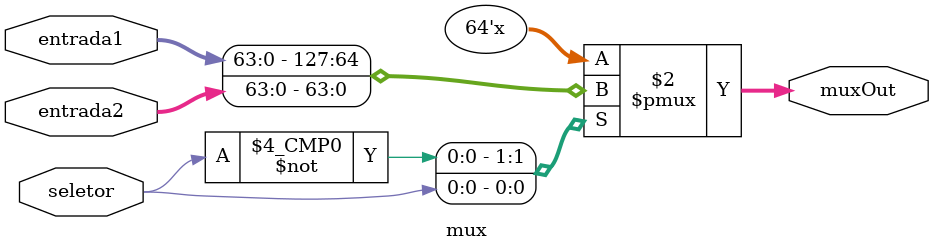
<source format=v>
module mux(

    input [63:0] entrada1,
    input [63:0] entrada2,
    input seletor,
    output [63:0] muxOut

);

    reg [63:0] muxOut;

    always @(entrada1, entrada2, seletor)
        case (seletor) // De acordo com o seletor, define-se qual será a saída do módulo
            1'b0:
              muxOut = entrada1;
            1'b1:
              muxOut = entrada2;
        endcase
        

endmodule

</source>
